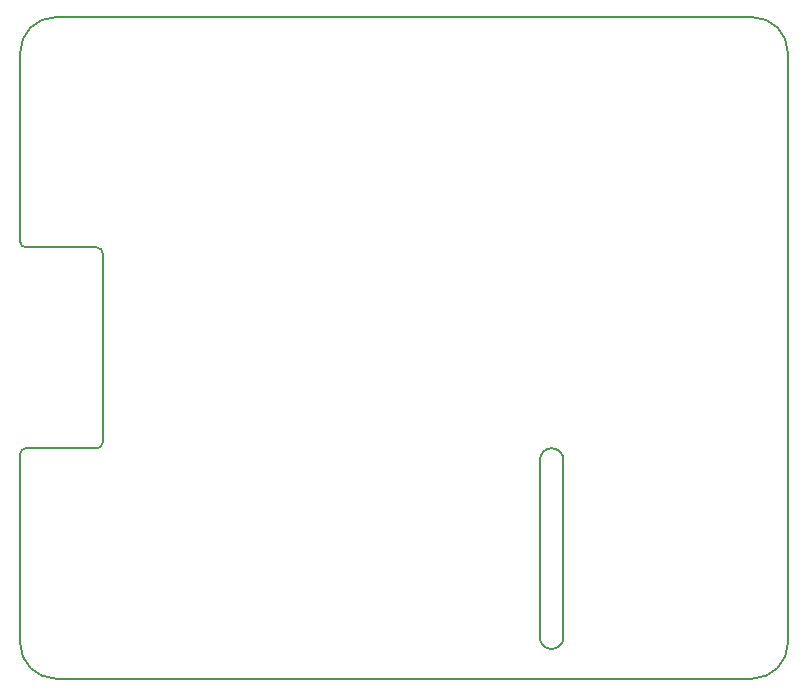
<source format=gm1>
G04 #@! TF.FileFunction,Profile,NP*
%FSLAX46Y46*%
G04 Gerber Fmt 4.6, Leading zero omitted, Abs format (unit mm)*
G04 Created by KiCad (PCBNEW 4.0.2+dfsg1-stable) date  6.06.2016 (пн) 11:52:17 EEST*
%MOMM*%
G01*
G04 APERTURE LIST*
%ADD10C,0.100000*%
%ADD11C,0.150000*%
G04 APERTURE END LIST*
D10*
D11*
X105000000Y-88600000D02*
X105000000Y-104600000D01*
X98000000Y-71600000D02*
X98000000Y-87600000D01*
X98000000Y-121600000D02*
X98000000Y-105600000D01*
X104500000Y-124600000D02*
X101000000Y-124600000D01*
X160000000Y-124600000D02*
X104500000Y-124600000D01*
X163000000Y-121600000D02*
X163000000Y-119600000D01*
X144000000Y-121100000D02*
X144000000Y-106100000D01*
X142000000Y-106100000D02*
X142000000Y-121100000D01*
X144000000Y-106100000D02*
G75*
G03X143000000Y-105100000I-1000000J0D01*
G01*
X143000000Y-105100000D02*
G75*
G03X142000000Y-106100000I0J-1000000D01*
G01*
X142000000Y-121100000D02*
G75*
G03X143000000Y-122100000I1000000J0D01*
G01*
X143000000Y-122100000D02*
G75*
G03X144000000Y-121100000I0J1000000D01*
G01*
X98500000Y-88100000D02*
X104500000Y-88100000D01*
X98500000Y-105100000D02*
X104500000Y-105100000D01*
X98000000Y-87600000D02*
G75*
G03X98500000Y-88100000I500000J0D01*
G01*
X105000000Y-88600000D02*
G75*
G03X104500000Y-88100000I-500000J0D01*
G01*
X104500000Y-105100000D02*
G75*
G03X105000000Y-104600000I0J500000D01*
G01*
X98500000Y-105100000D02*
G75*
G03X98000000Y-105600000I0J-500000D01*
G01*
X163000000Y-117600000D02*
X163000000Y-119600000D01*
X163000000Y-71600000D02*
X163000000Y-73600000D01*
X158000000Y-68600000D02*
X160000000Y-68600000D01*
X101000000Y-68600000D02*
X103000000Y-68600000D01*
X98000000Y-121600000D02*
G75*
G03X101000000Y-124600000I3000000J0D01*
G01*
X160000000Y-124600000D02*
G75*
G03X163000000Y-121600000I0J3000000D01*
G01*
X101000000Y-68600000D02*
G75*
G03X98000000Y-71600000I0J-3000000D01*
G01*
X163000000Y-71600000D02*
G75*
G03X160000000Y-68600000I-3000000J0D01*
G01*
X158000000Y-68600000D02*
X103000000Y-68600000D01*
X163000000Y-117600000D02*
X163000000Y-73600000D01*
M02*

</source>
